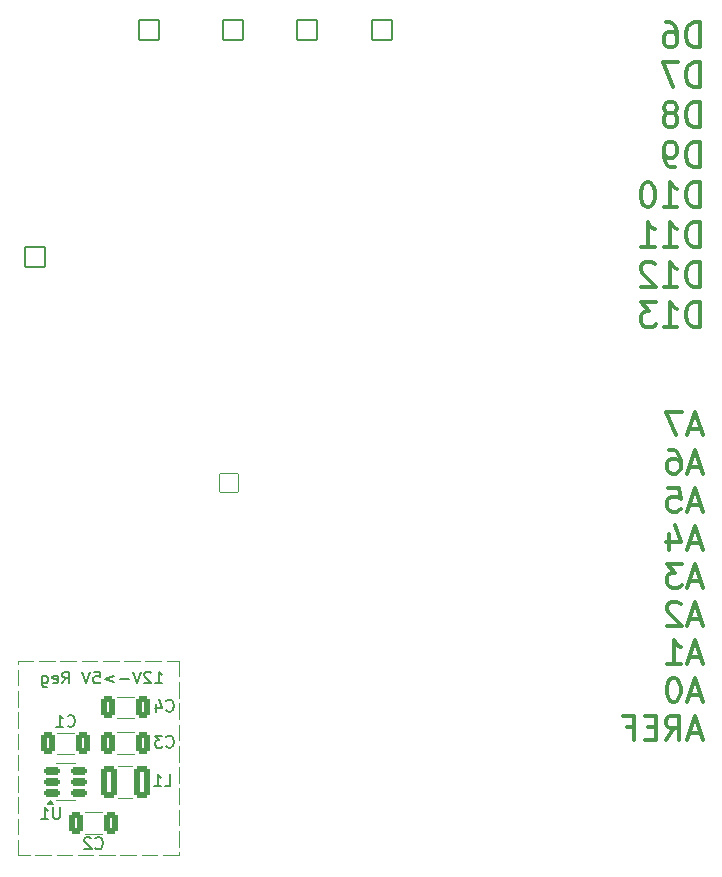
<source format=gbr>
%TF.GenerationSoftware,KiCad,Pcbnew,9.0.1*%
%TF.CreationDate,2025-05-07T10:28:51-04:00*%
%TF.ProjectId,BREAD_Slice_connProto,42524541-445f-4536-9c69-63655f636f6e,rev?*%
%TF.SameCoordinates,PX74eba40PY8552dc0*%
%TF.FileFunction,Legend,Bot*%
%TF.FilePolarity,Positive*%
%FSLAX46Y46*%
G04 Gerber Fmt 4.6, Leading zero omitted, Abs format (unit mm)*
G04 Created by KiCad (PCBNEW 9.0.1) date 2025-05-07 10:28:51*
%MOMM*%
%LPD*%
G01*
G04 APERTURE LIST*
G04 Aperture macros list*
%AMRoundRect*
0 Rectangle with rounded corners*
0 $1 Rounding radius*
0 $2 $3 $4 $5 $6 $7 $8 $9 X,Y pos of 4 corners*
0 Add a 4 corners polygon primitive as box body*
4,1,4,$2,$3,$4,$5,$6,$7,$8,$9,$2,$3,0*
0 Add four circle primitives for the rounded corners*
1,1,$1+$1,$2,$3*
1,1,$1+$1,$4,$5*
1,1,$1+$1,$6,$7*
1,1,$1+$1,$8,$9*
0 Add four rect primitives between the rounded corners*
20,1,$1+$1,$2,$3,$4,$5,0*
20,1,$1+$1,$4,$5,$6,$7,0*
20,1,$1+$1,$6,$7,$8,$9,0*
20,1,$1+$1,$8,$9,$2,$3,0*%
G04 Aperture macros list end*
%ADD10C,0.120000*%
%ADD11C,0.150000*%
%ADD12C,0.300000*%
%ADD13C,5.100000*%
%ADD14RoundRect,0.050000X-0.800000X-0.800000X0.800000X-0.800000X0.800000X0.800000X-0.800000X0.800000X0*%
%ADD15O,1.700000X1.700000*%
%ADD16RoundRect,0.050000X-0.850000X-0.850000X0.850000X-0.850000X0.850000X0.850000X-0.850000X0.850000X0*%
%ADD17O,1.800000X1.800000*%
%ADD18RoundRect,0.050000X1.200000X-1.200000X1.200000X1.200000X-1.200000X1.200000X-1.200000X-1.200000X0*%
%ADD19C,2.500000*%
%ADD20C,1.800000*%
%ADD21RoundRect,0.271739X0.353261X0.678261X-0.353261X0.678261X-0.353261X-0.678261X0.353261X-0.678261X0*%
%ADD22RoundRect,0.175000X-0.537500X-0.175000X0.537500X-0.175000X0.537500X0.175000X-0.537500X0.175000X0*%
%ADD23RoundRect,0.271739X-0.353261X-0.678261X0.353261X-0.678261X0.353261X0.678261X-0.353261X0.678261X0*%
%ADD24RoundRect,0.270000X-0.405000X-1.105000X0.405000X-1.105000X0.405000X1.105000X-0.405000X1.105000X0*%
G04 APERTURE END LIST*
D10*
X2150000Y27284000D02*
X3470000Y27284000D01*
X3950000Y27284000D02*
X5270000Y27284000D01*
X5750000Y27284000D02*
X7070000Y27284000D01*
X7550000Y27284000D02*
X8870000Y27284000D01*
X9350000Y27284000D02*
X10670000Y27284000D01*
X11150000Y27284000D02*
X12470000Y27284000D01*
X12950000Y27284000D02*
X14270000Y27284000D01*
X14750000Y27284000D02*
X15750000Y27284000D01*
X15750000Y27284000D02*
X15750000Y25964000D01*
X15750000Y25484000D02*
X15750000Y24164000D01*
X15750000Y23684000D02*
X15750000Y22364000D01*
X15750000Y21884000D02*
X15750000Y20564000D01*
X15750000Y20084000D02*
X15750000Y18764000D01*
X15750000Y18284000D02*
X15750000Y16964000D01*
X15750000Y16484000D02*
X15750000Y15164000D01*
X15750000Y14684000D02*
X15750000Y13364000D01*
X15750000Y12884000D02*
X15750000Y11564000D01*
X15750000Y11084000D02*
X15750000Y10816000D01*
X15750000Y10816000D02*
X14430000Y10816000D01*
X13950000Y10816000D02*
X12630000Y10816000D01*
X12150000Y10816000D02*
X10830000Y10816000D01*
X10350000Y10816000D02*
X9030000Y10816000D01*
X8550000Y10816000D02*
X7230000Y10816000D01*
X6750000Y10816000D02*
X5430000Y10816000D01*
X4950000Y10816000D02*
X3630000Y10816000D01*
X3150000Y10816000D02*
X2150000Y10816000D01*
X2150000Y10816000D02*
X2150000Y12136000D01*
X2150000Y12616000D02*
X2150000Y13936000D01*
X2150000Y14416000D02*
X2150000Y15736000D01*
X2150000Y16216000D02*
X2150000Y17536000D01*
X2150000Y18016000D02*
X2150000Y19336000D01*
X2150000Y19816000D02*
X2150000Y21136000D01*
X2150000Y21616000D02*
X2150000Y22936000D01*
X2150000Y23416000D02*
X2150000Y24736000D01*
X2150000Y25216000D02*
X2150000Y26536000D01*
X2150000Y27016000D02*
X2150000Y27284000D01*
D11*
X13773809Y25375181D02*
X14345237Y25375181D01*
X14059523Y25375181D02*
X14059523Y26375181D01*
X14059523Y26375181D02*
X14154761Y26232324D01*
X14154761Y26232324D02*
X14249999Y26137086D01*
X14249999Y26137086D02*
X14345237Y26089467D01*
X13392856Y26279943D02*
X13345237Y26327562D01*
X13345237Y26327562D02*
X13249999Y26375181D01*
X13249999Y26375181D02*
X13011904Y26375181D01*
X13011904Y26375181D02*
X12916666Y26327562D01*
X12916666Y26327562D02*
X12869047Y26279943D01*
X12869047Y26279943D02*
X12821428Y26184705D01*
X12821428Y26184705D02*
X12821428Y26089467D01*
X12821428Y26089467D02*
X12869047Y25946610D01*
X12869047Y25946610D02*
X13440475Y25375181D01*
X13440475Y25375181D02*
X12821428Y25375181D01*
X12535713Y26375181D02*
X12202380Y25375181D01*
X12202380Y25375181D02*
X11869047Y26375181D01*
X11535713Y25756134D02*
X10773809Y25756134D01*
X10297618Y26041848D02*
X9535714Y25756134D01*
X9535714Y25756134D02*
X10297618Y25470420D01*
X8583333Y26375181D02*
X9059523Y26375181D01*
X9059523Y26375181D02*
X9107142Y25898991D01*
X9107142Y25898991D02*
X9059523Y25946610D01*
X9059523Y25946610D02*
X8964285Y25994229D01*
X8964285Y25994229D02*
X8726190Y25994229D01*
X8726190Y25994229D02*
X8630952Y25946610D01*
X8630952Y25946610D02*
X8583333Y25898991D01*
X8583333Y25898991D02*
X8535714Y25803753D01*
X8535714Y25803753D02*
X8535714Y25565658D01*
X8535714Y25565658D02*
X8583333Y25470420D01*
X8583333Y25470420D02*
X8630952Y25422800D01*
X8630952Y25422800D02*
X8726190Y25375181D01*
X8726190Y25375181D02*
X8964285Y25375181D01*
X8964285Y25375181D02*
X9059523Y25422800D01*
X9059523Y25422800D02*
X9107142Y25470420D01*
X8249999Y26375181D02*
X7916666Y25375181D01*
X7916666Y25375181D02*
X7583333Y26375181D01*
X5916666Y25375181D02*
X6249999Y25851372D01*
X6488094Y25375181D02*
X6488094Y26375181D01*
X6488094Y26375181D02*
X6107142Y26375181D01*
X6107142Y26375181D02*
X6011904Y26327562D01*
X6011904Y26327562D02*
X5964285Y26279943D01*
X5964285Y26279943D02*
X5916666Y26184705D01*
X5916666Y26184705D02*
X5916666Y26041848D01*
X5916666Y26041848D02*
X5964285Y25946610D01*
X5964285Y25946610D02*
X6011904Y25898991D01*
X6011904Y25898991D02*
X6107142Y25851372D01*
X6107142Y25851372D02*
X6488094Y25851372D01*
X5107142Y25422800D02*
X5202380Y25375181D01*
X5202380Y25375181D02*
X5392856Y25375181D01*
X5392856Y25375181D02*
X5488094Y25422800D01*
X5488094Y25422800D02*
X5535713Y25518039D01*
X5535713Y25518039D02*
X5535713Y25898991D01*
X5535713Y25898991D02*
X5488094Y25994229D01*
X5488094Y25994229D02*
X5392856Y26041848D01*
X5392856Y26041848D02*
X5202380Y26041848D01*
X5202380Y26041848D02*
X5107142Y25994229D01*
X5107142Y25994229D02*
X5059523Y25898991D01*
X5059523Y25898991D02*
X5059523Y25803753D01*
X5059523Y25803753D02*
X5535713Y25708515D01*
X4202380Y26041848D02*
X4202380Y25232324D01*
X4202380Y25232324D02*
X4249999Y25137086D01*
X4249999Y25137086D02*
X4297618Y25089467D01*
X4297618Y25089467D02*
X4392856Y25041848D01*
X4392856Y25041848D02*
X4535713Y25041848D01*
X4535713Y25041848D02*
X4630951Y25089467D01*
X4202380Y25422800D02*
X4297618Y25375181D01*
X4297618Y25375181D02*
X4488094Y25375181D01*
X4488094Y25375181D02*
X4583332Y25422800D01*
X4583332Y25422800D02*
X4630951Y25470420D01*
X4630951Y25470420D02*
X4678570Y25565658D01*
X4678570Y25565658D02*
X4678570Y25851372D01*
X4678570Y25851372D02*
X4630951Y25946610D01*
X4630951Y25946610D02*
X4583332Y25994229D01*
X4583332Y25994229D02*
X4488094Y26041848D01*
X4488094Y26041848D02*
X4297618Y26041848D01*
X4297618Y26041848D02*
X4202380Y25994229D01*
D12*
X59971679Y46940895D02*
X59019298Y46940895D01*
X60162155Y46369466D02*
X59495489Y48369466D01*
X59495489Y48369466D02*
X58828822Y46369466D01*
X58352631Y48369466D02*
X57019298Y48369466D01*
X57019298Y48369466D02*
X57876441Y46369466D01*
X59971679Y43721007D02*
X59019298Y43721007D01*
X60162155Y43149578D02*
X59495489Y45149578D01*
X59495489Y45149578D02*
X58828822Y43149578D01*
X57305012Y45149578D02*
X57685965Y45149578D01*
X57685965Y45149578D02*
X57876441Y45054340D01*
X57876441Y45054340D02*
X57971679Y44959102D01*
X57971679Y44959102D02*
X58162155Y44673388D01*
X58162155Y44673388D02*
X58257393Y44292436D01*
X58257393Y44292436D02*
X58257393Y43530531D01*
X58257393Y43530531D02*
X58162155Y43340055D01*
X58162155Y43340055D02*
X58066917Y43244816D01*
X58066917Y43244816D02*
X57876441Y43149578D01*
X57876441Y43149578D02*
X57495488Y43149578D01*
X57495488Y43149578D02*
X57305012Y43244816D01*
X57305012Y43244816D02*
X57209774Y43340055D01*
X57209774Y43340055D02*
X57114536Y43530531D01*
X57114536Y43530531D02*
X57114536Y44006721D01*
X57114536Y44006721D02*
X57209774Y44197197D01*
X57209774Y44197197D02*
X57305012Y44292436D01*
X57305012Y44292436D02*
X57495488Y44387674D01*
X57495488Y44387674D02*
X57876441Y44387674D01*
X57876441Y44387674D02*
X58066917Y44292436D01*
X58066917Y44292436D02*
X58162155Y44197197D01*
X58162155Y44197197D02*
X58257393Y44006721D01*
X59971679Y40501119D02*
X59019298Y40501119D01*
X60162155Y39929690D02*
X59495489Y41929690D01*
X59495489Y41929690D02*
X58828822Y39929690D01*
X57209774Y41929690D02*
X58162155Y41929690D01*
X58162155Y41929690D02*
X58257393Y40977309D01*
X58257393Y40977309D02*
X58162155Y41072548D01*
X58162155Y41072548D02*
X57971679Y41167786D01*
X57971679Y41167786D02*
X57495488Y41167786D01*
X57495488Y41167786D02*
X57305012Y41072548D01*
X57305012Y41072548D02*
X57209774Y40977309D01*
X57209774Y40977309D02*
X57114536Y40786833D01*
X57114536Y40786833D02*
X57114536Y40310643D01*
X57114536Y40310643D02*
X57209774Y40120167D01*
X57209774Y40120167D02*
X57305012Y40024928D01*
X57305012Y40024928D02*
X57495488Y39929690D01*
X57495488Y39929690D02*
X57971679Y39929690D01*
X57971679Y39929690D02*
X58162155Y40024928D01*
X58162155Y40024928D02*
X58257393Y40120167D01*
X59971679Y37281231D02*
X59019298Y37281231D01*
X60162155Y36709802D02*
X59495489Y38709802D01*
X59495489Y38709802D02*
X58828822Y36709802D01*
X57305012Y38043136D02*
X57305012Y36709802D01*
X57781203Y38805040D02*
X58257393Y37376469D01*
X58257393Y37376469D02*
X57019298Y37376469D01*
X59971679Y34061343D02*
X59019298Y34061343D01*
X60162155Y33489914D02*
X59495489Y35489914D01*
X59495489Y35489914D02*
X58828822Y33489914D01*
X58352631Y35489914D02*
X57114536Y35489914D01*
X57114536Y35489914D02*
X57781203Y34728010D01*
X57781203Y34728010D02*
X57495488Y34728010D01*
X57495488Y34728010D02*
X57305012Y34632772D01*
X57305012Y34632772D02*
X57209774Y34537533D01*
X57209774Y34537533D02*
X57114536Y34347057D01*
X57114536Y34347057D02*
X57114536Y33870867D01*
X57114536Y33870867D02*
X57209774Y33680391D01*
X57209774Y33680391D02*
X57305012Y33585152D01*
X57305012Y33585152D02*
X57495488Y33489914D01*
X57495488Y33489914D02*
X58066917Y33489914D01*
X58066917Y33489914D02*
X58257393Y33585152D01*
X58257393Y33585152D02*
X58352631Y33680391D01*
X59971679Y30841455D02*
X59019298Y30841455D01*
X60162155Y30270026D02*
X59495489Y32270026D01*
X59495489Y32270026D02*
X58828822Y30270026D01*
X58257393Y32079550D02*
X58162155Y32174788D01*
X58162155Y32174788D02*
X57971679Y32270026D01*
X57971679Y32270026D02*
X57495488Y32270026D01*
X57495488Y32270026D02*
X57305012Y32174788D01*
X57305012Y32174788D02*
X57209774Y32079550D01*
X57209774Y32079550D02*
X57114536Y31889074D01*
X57114536Y31889074D02*
X57114536Y31698598D01*
X57114536Y31698598D02*
X57209774Y31412884D01*
X57209774Y31412884D02*
X58352631Y30270026D01*
X58352631Y30270026D02*
X57114536Y30270026D01*
X59971679Y27621567D02*
X59019298Y27621567D01*
X60162155Y27050138D02*
X59495489Y29050138D01*
X59495489Y29050138D02*
X58828822Y27050138D01*
X57114536Y27050138D02*
X58257393Y27050138D01*
X57685965Y27050138D02*
X57685965Y29050138D01*
X57685965Y29050138D02*
X57876441Y28764424D01*
X57876441Y28764424D02*
X58066917Y28573948D01*
X58066917Y28573948D02*
X58257393Y28478710D01*
X59971679Y24401679D02*
X59019298Y24401679D01*
X60162155Y23830250D02*
X59495489Y25830250D01*
X59495489Y25830250D02*
X58828822Y23830250D01*
X57781203Y25830250D02*
X57590726Y25830250D01*
X57590726Y25830250D02*
X57400250Y25735012D01*
X57400250Y25735012D02*
X57305012Y25639774D01*
X57305012Y25639774D02*
X57209774Y25449298D01*
X57209774Y25449298D02*
X57114536Y25068346D01*
X57114536Y25068346D02*
X57114536Y24592155D01*
X57114536Y24592155D02*
X57209774Y24211203D01*
X57209774Y24211203D02*
X57305012Y24020727D01*
X57305012Y24020727D02*
X57400250Y23925488D01*
X57400250Y23925488D02*
X57590726Y23830250D01*
X57590726Y23830250D02*
X57781203Y23830250D01*
X57781203Y23830250D02*
X57971679Y23925488D01*
X57971679Y23925488D02*
X58066917Y24020727D01*
X58066917Y24020727D02*
X58162155Y24211203D01*
X58162155Y24211203D02*
X58257393Y24592155D01*
X58257393Y24592155D02*
X58257393Y25068346D01*
X58257393Y25068346D02*
X58162155Y25449298D01*
X58162155Y25449298D02*
X58066917Y25639774D01*
X58066917Y25639774D02*
X57971679Y25735012D01*
X57971679Y25735012D02*
X57781203Y25830250D01*
X59971679Y21181791D02*
X59019298Y21181791D01*
X60162155Y20610362D02*
X59495489Y22610362D01*
X59495489Y22610362D02*
X58828822Y20610362D01*
X57019298Y20610362D02*
X57685965Y21562743D01*
X58162155Y20610362D02*
X58162155Y22610362D01*
X58162155Y22610362D02*
X57400250Y22610362D01*
X57400250Y22610362D02*
X57209774Y22515124D01*
X57209774Y22515124D02*
X57114536Y22419886D01*
X57114536Y22419886D02*
X57019298Y22229410D01*
X57019298Y22229410D02*
X57019298Y21943696D01*
X57019298Y21943696D02*
X57114536Y21753220D01*
X57114536Y21753220D02*
X57209774Y21657981D01*
X57209774Y21657981D02*
X57400250Y21562743D01*
X57400250Y21562743D02*
X58162155Y21562743D01*
X56162155Y21657981D02*
X55495488Y21657981D01*
X55209774Y20610362D02*
X56162155Y20610362D01*
X56162155Y20610362D02*
X56162155Y22610362D01*
X56162155Y22610362D02*
X55209774Y22610362D01*
X53685964Y21657981D02*
X54352631Y21657981D01*
X54352631Y20610362D02*
X54352631Y22610362D01*
X54352631Y22610362D02*
X53400250Y22610362D01*
X59876441Y79238774D02*
X59876441Y81338774D01*
X59876441Y81338774D02*
X59400251Y81338774D01*
X59400251Y81338774D02*
X59114536Y81238774D01*
X59114536Y81238774D02*
X58924060Y81038774D01*
X58924060Y81038774D02*
X58828822Y80838774D01*
X58828822Y80838774D02*
X58733584Y80438774D01*
X58733584Y80438774D02*
X58733584Y80138774D01*
X58733584Y80138774D02*
X58828822Y79738774D01*
X58828822Y79738774D02*
X58924060Y79538774D01*
X58924060Y79538774D02*
X59114536Y79338774D01*
X59114536Y79338774D02*
X59400251Y79238774D01*
X59400251Y79238774D02*
X59876441Y79238774D01*
X57019298Y81338774D02*
X57400251Y81338774D01*
X57400251Y81338774D02*
X57590727Y81238774D01*
X57590727Y81238774D02*
X57685965Y81138774D01*
X57685965Y81138774D02*
X57876441Y80838774D01*
X57876441Y80838774D02*
X57971679Y80438774D01*
X57971679Y80438774D02*
X57971679Y79638774D01*
X57971679Y79638774D02*
X57876441Y79438774D01*
X57876441Y79438774D02*
X57781203Y79338774D01*
X57781203Y79338774D02*
X57590727Y79238774D01*
X57590727Y79238774D02*
X57209774Y79238774D01*
X57209774Y79238774D02*
X57019298Y79338774D01*
X57019298Y79338774D02*
X56924060Y79438774D01*
X56924060Y79438774D02*
X56828822Y79638774D01*
X56828822Y79638774D02*
X56828822Y80138774D01*
X56828822Y80138774D02*
X56924060Y80338774D01*
X56924060Y80338774D02*
X57019298Y80438774D01*
X57019298Y80438774D02*
X57209774Y80538774D01*
X57209774Y80538774D02*
X57590727Y80538774D01*
X57590727Y80538774D02*
X57781203Y80438774D01*
X57781203Y80438774D02*
X57876441Y80338774D01*
X57876441Y80338774D02*
X57971679Y80138774D01*
X59876441Y75857892D02*
X59876441Y77957892D01*
X59876441Y77957892D02*
X59400251Y77957892D01*
X59400251Y77957892D02*
X59114536Y77857892D01*
X59114536Y77857892D02*
X58924060Y77657892D01*
X58924060Y77657892D02*
X58828822Y77457892D01*
X58828822Y77457892D02*
X58733584Y77057892D01*
X58733584Y77057892D02*
X58733584Y76757892D01*
X58733584Y76757892D02*
X58828822Y76357892D01*
X58828822Y76357892D02*
X58924060Y76157892D01*
X58924060Y76157892D02*
X59114536Y75957892D01*
X59114536Y75957892D02*
X59400251Y75857892D01*
X59400251Y75857892D02*
X59876441Y75857892D01*
X58066917Y77957892D02*
X56733584Y77957892D01*
X56733584Y77957892D02*
X57590727Y75857892D01*
X59876441Y72477010D02*
X59876441Y74577010D01*
X59876441Y74577010D02*
X59400251Y74577010D01*
X59400251Y74577010D02*
X59114536Y74477010D01*
X59114536Y74477010D02*
X58924060Y74277010D01*
X58924060Y74277010D02*
X58828822Y74077010D01*
X58828822Y74077010D02*
X58733584Y73677010D01*
X58733584Y73677010D02*
X58733584Y73377010D01*
X58733584Y73377010D02*
X58828822Y72977010D01*
X58828822Y72977010D02*
X58924060Y72777010D01*
X58924060Y72777010D02*
X59114536Y72577010D01*
X59114536Y72577010D02*
X59400251Y72477010D01*
X59400251Y72477010D02*
X59876441Y72477010D01*
X57590727Y73677010D02*
X57781203Y73777010D01*
X57781203Y73777010D02*
X57876441Y73877010D01*
X57876441Y73877010D02*
X57971679Y74077010D01*
X57971679Y74077010D02*
X57971679Y74177010D01*
X57971679Y74177010D02*
X57876441Y74377010D01*
X57876441Y74377010D02*
X57781203Y74477010D01*
X57781203Y74477010D02*
X57590727Y74577010D01*
X57590727Y74577010D02*
X57209774Y74577010D01*
X57209774Y74577010D02*
X57019298Y74477010D01*
X57019298Y74477010D02*
X56924060Y74377010D01*
X56924060Y74377010D02*
X56828822Y74177010D01*
X56828822Y74177010D02*
X56828822Y74077010D01*
X56828822Y74077010D02*
X56924060Y73877010D01*
X56924060Y73877010D02*
X57019298Y73777010D01*
X57019298Y73777010D02*
X57209774Y73677010D01*
X57209774Y73677010D02*
X57590727Y73677010D01*
X57590727Y73677010D02*
X57781203Y73577010D01*
X57781203Y73577010D02*
X57876441Y73477010D01*
X57876441Y73477010D02*
X57971679Y73277010D01*
X57971679Y73277010D02*
X57971679Y72877010D01*
X57971679Y72877010D02*
X57876441Y72677010D01*
X57876441Y72677010D02*
X57781203Y72577010D01*
X57781203Y72577010D02*
X57590727Y72477010D01*
X57590727Y72477010D02*
X57209774Y72477010D01*
X57209774Y72477010D02*
X57019298Y72577010D01*
X57019298Y72577010D02*
X56924060Y72677010D01*
X56924060Y72677010D02*
X56828822Y72877010D01*
X56828822Y72877010D02*
X56828822Y73277010D01*
X56828822Y73277010D02*
X56924060Y73477010D01*
X56924060Y73477010D02*
X57019298Y73577010D01*
X57019298Y73577010D02*
X57209774Y73677010D01*
X59876441Y69096128D02*
X59876441Y71196128D01*
X59876441Y71196128D02*
X59400251Y71196128D01*
X59400251Y71196128D02*
X59114536Y71096128D01*
X59114536Y71096128D02*
X58924060Y70896128D01*
X58924060Y70896128D02*
X58828822Y70696128D01*
X58828822Y70696128D02*
X58733584Y70296128D01*
X58733584Y70296128D02*
X58733584Y69996128D01*
X58733584Y69996128D02*
X58828822Y69596128D01*
X58828822Y69596128D02*
X58924060Y69396128D01*
X58924060Y69396128D02*
X59114536Y69196128D01*
X59114536Y69196128D02*
X59400251Y69096128D01*
X59400251Y69096128D02*
X59876441Y69096128D01*
X57781203Y69096128D02*
X57400251Y69096128D01*
X57400251Y69096128D02*
X57209774Y69196128D01*
X57209774Y69196128D02*
X57114536Y69296128D01*
X57114536Y69296128D02*
X56924060Y69596128D01*
X56924060Y69596128D02*
X56828822Y69996128D01*
X56828822Y69996128D02*
X56828822Y70796128D01*
X56828822Y70796128D02*
X56924060Y70996128D01*
X56924060Y70996128D02*
X57019298Y71096128D01*
X57019298Y71096128D02*
X57209774Y71196128D01*
X57209774Y71196128D02*
X57590727Y71196128D01*
X57590727Y71196128D02*
X57781203Y71096128D01*
X57781203Y71096128D02*
X57876441Y70996128D01*
X57876441Y70996128D02*
X57971679Y70796128D01*
X57971679Y70796128D02*
X57971679Y70296128D01*
X57971679Y70296128D02*
X57876441Y70096128D01*
X57876441Y70096128D02*
X57781203Y69996128D01*
X57781203Y69996128D02*
X57590727Y69896128D01*
X57590727Y69896128D02*
X57209774Y69896128D01*
X57209774Y69896128D02*
X57019298Y69996128D01*
X57019298Y69996128D02*
X56924060Y70096128D01*
X56924060Y70096128D02*
X56828822Y70296128D01*
X59876441Y65715246D02*
X59876441Y67815246D01*
X59876441Y67815246D02*
X59400251Y67815246D01*
X59400251Y67815246D02*
X59114536Y67715246D01*
X59114536Y67715246D02*
X58924060Y67515246D01*
X58924060Y67515246D02*
X58828822Y67315246D01*
X58828822Y67315246D02*
X58733584Y66915246D01*
X58733584Y66915246D02*
X58733584Y66615246D01*
X58733584Y66615246D02*
X58828822Y66215246D01*
X58828822Y66215246D02*
X58924060Y66015246D01*
X58924060Y66015246D02*
X59114536Y65815246D01*
X59114536Y65815246D02*
X59400251Y65715246D01*
X59400251Y65715246D02*
X59876441Y65715246D01*
X56828822Y65715246D02*
X57971679Y65715246D01*
X57400251Y65715246D02*
X57400251Y67815246D01*
X57400251Y67815246D02*
X57590727Y67515246D01*
X57590727Y67515246D02*
X57781203Y67315246D01*
X57781203Y67315246D02*
X57971679Y67215246D01*
X55590727Y67815246D02*
X55400250Y67815246D01*
X55400250Y67815246D02*
X55209774Y67715246D01*
X55209774Y67715246D02*
X55114536Y67615246D01*
X55114536Y67615246D02*
X55019298Y67415246D01*
X55019298Y67415246D02*
X54924060Y67015246D01*
X54924060Y67015246D02*
X54924060Y66515246D01*
X54924060Y66515246D02*
X55019298Y66115246D01*
X55019298Y66115246D02*
X55114536Y65915246D01*
X55114536Y65915246D02*
X55209774Y65815246D01*
X55209774Y65815246D02*
X55400250Y65715246D01*
X55400250Y65715246D02*
X55590727Y65715246D01*
X55590727Y65715246D02*
X55781203Y65815246D01*
X55781203Y65815246D02*
X55876441Y65915246D01*
X55876441Y65915246D02*
X55971679Y66115246D01*
X55971679Y66115246D02*
X56066917Y66515246D01*
X56066917Y66515246D02*
X56066917Y67015246D01*
X56066917Y67015246D02*
X55971679Y67415246D01*
X55971679Y67415246D02*
X55876441Y67615246D01*
X55876441Y67615246D02*
X55781203Y67715246D01*
X55781203Y67715246D02*
X55590727Y67815246D01*
X59876441Y62334364D02*
X59876441Y64434364D01*
X59876441Y64434364D02*
X59400251Y64434364D01*
X59400251Y64434364D02*
X59114536Y64334364D01*
X59114536Y64334364D02*
X58924060Y64134364D01*
X58924060Y64134364D02*
X58828822Y63934364D01*
X58828822Y63934364D02*
X58733584Y63534364D01*
X58733584Y63534364D02*
X58733584Y63234364D01*
X58733584Y63234364D02*
X58828822Y62834364D01*
X58828822Y62834364D02*
X58924060Y62634364D01*
X58924060Y62634364D02*
X59114536Y62434364D01*
X59114536Y62434364D02*
X59400251Y62334364D01*
X59400251Y62334364D02*
X59876441Y62334364D01*
X56828822Y62334364D02*
X57971679Y62334364D01*
X57400251Y62334364D02*
X57400251Y64434364D01*
X57400251Y64434364D02*
X57590727Y64134364D01*
X57590727Y64134364D02*
X57781203Y63934364D01*
X57781203Y63934364D02*
X57971679Y63834364D01*
X54924060Y62334364D02*
X56066917Y62334364D01*
X55495489Y62334364D02*
X55495489Y64434364D01*
X55495489Y64434364D02*
X55685965Y64134364D01*
X55685965Y64134364D02*
X55876441Y63934364D01*
X55876441Y63934364D02*
X56066917Y63834364D01*
X59876441Y58953482D02*
X59876441Y61053482D01*
X59876441Y61053482D02*
X59400251Y61053482D01*
X59400251Y61053482D02*
X59114536Y60953482D01*
X59114536Y60953482D02*
X58924060Y60753482D01*
X58924060Y60753482D02*
X58828822Y60553482D01*
X58828822Y60553482D02*
X58733584Y60153482D01*
X58733584Y60153482D02*
X58733584Y59853482D01*
X58733584Y59853482D02*
X58828822Y59453482D01*
X58828822Y59453482D02*
X58924060Y59253482D01*
X58924060Y59253482D02*
X59114536Y59053482D01*
X59114536Y59053482D02*
X59400251Y58953482D01*
X59400251Y58953482D02*
X59876441Y58953482D01*
X56828822Y58953482D02*
X57971679Y58953482D01*
X57400251Y58953482D02*
X57400251Y61053482D01*
X57400251Y61053482D02*
X57590727Y60753482D01*
X57590727Y60753482D02*
X57781203Y60553482D01*
X57781203Y60553482D02*
X57971679Y60453482D01*
X56066917Y60853482D02*
X55971679Y60953482D01*
X55971679Y60953482D02*
X55781203Y61053482D01*
X55781203Y61053482D02*
X55305012Y61053482D01*
X55305012Y61053482D02*
X55114536Y60953482D01*
X55114536Y60953482D02*
X55019298Y60853482D01*
X55019298Y60853482D02*
X54924060Y60653482D01*
X54924060Y60653482D02*
X54924060Y60453482D01*
X54924060Y60453482D02*
X55019298Y60153482D01*
X55019298Y60153482D02*
X56162155Y58953482D01*
X56162155Y58953482D02*
X54924060Y58953482D01*
X59876441Y55572600D02*
X59876441Y57672600D01*
X59876441Y57672600D02*
X59400251Y57672600D01*
X59400251Y57672600D02*
X59114536Y57572600D01*
X59114536Y57572600D02*
X58924060Y57372600D01*
X58924060Y57372600D02*
X58828822Y57172600D01*
X58828822Y57172600D02*
X58733584Y56772600D01*
X58733584Y56772600D02*
X58733584Y56472600D01*
X58733584Y56472600D02*
X58828822Y56072600D01*
X58828822Y56072600D02*
X58924060Y55872600D01*
X58924060Y55872600D02*
X59114536Y55672600D01*
X59114536Y55672600D02*
X59400251Y55572600D01*
X59400251Y55572600D02*
X59876441Y55572600D01*
X56828822Y55572600D02*
X57971679Y55572600D01*
X57400251Y55572600D02*
X57400251Y57672600D01*
X57400251Y57672600D02*
X57590727Y57372600D01*
X57590727Y57372600D02*
X57781203Y57172600D01*
X57781203Y57172600D02*
X57971679Y57072600D01*
X56162155Y57672600D02*
X54924060Y57672600D01*
X54924060Y57672600D02*
X55590727Y56872600D01*
X55590727Y56872600D02*
X55305012Y56872600D01*
X55305012Y56872600D02*
X55114536Y56772600D01*
X55114536Y56772600D02*
X55019298Y56672600D01*
X55019298Y56672600D02*
X54924060Y56472600D01*
X54924060Y56472600D02*
X54924060Y55972600D01*
X54924060Y55972600D02*
X55019298Y55772600D01*
X55019298Y55772600D02*
X55114536Y55672600D01*
X55114536Y55672600D02*
X55305012Y55572600D01*
X55305012Y55572600D02*
X55876441Y55572600D01*
X55876441Y55572600D02*
X56066917Y55672600D01*
X56066917Y55672600D02*
X56162155Y55772600D01*
D11*
X6366666Y21790420D02*
X6414285Y21742800D01*
X6414285Y21742800D02*
X6557142Y21695181D01*
X6557142Y21695181D02*
X6652380Y21695181D01*
X6652380Y21695181D02*
X6795237Y21742800D01*
X6795237Y21742800D02*
X6890475Y21838039D01*
X6890475Y21838039D02*
X6938094Y21933277D01*
X6938094Y21933277D02*
X6985713Y22123753D01*
X6985713Y22123753D02*
X6985713Y22266610D01*
X6985713Y22266610D02*
X6938094Y22457086D01*
X6938094Y22457086D02*
X6890475Y22552324D01*
X6890475Y22552324D02*
X6795237Y22647562D01*
X6795237Y22647562D02*
X6652380Y22695181D01*
X6652380Y22695181D02*
X6557142Y22695181D01*
X6557142Y22695181D02*
X6414285Y22647562D01*
X6414285Y22647562D02*
X6366666Y22599943D01*
X5414285Y21695181D02*
X5985713Y21695181D01*
X5699999Y21695181D02*
X5699999Y22695181D01*
X5699999Y22695181D02*
X5795237Y22552324D01*
X5795237Y22552324D02*
X5890475Y22457086D01*
X5890475Y22457086D02*
X5985713Y22409467D01*
X5711904Y14895181D02*
X5711904Y14085658D01*
X5711904Y14085658D02*
X5664285Y13990420D01*
X5664285Y13990420D02*
X5616666Y13942800D01*
X5616666Y13942800D02*
X5521428Y13895181D01*
X5521428Y13895181D02*
X5330952Y13895181D01*
X5330952Y13895181D02*
X5235714Y13942800D01*
X5235714Y13942800D02*
X5188095Y13990420D01*
X5188095Y13990420D02*
X5140476Y14085658D01*
X5140476Y14085658D02*
X5140476Y14895181D01*
X4140476Y13895181D02*
X4711904Y13895181D01*
X4426190Y13895181D02*
X4426190Y14895181D01*
X4426190Y14895181D02*
X4521428Y14752324D01*
X4521428Y14752324D02*
X4616666Y14657086D01*
X4616666Y14657086D02*
X4711904Y14609467D01*
X8716666Y11440420D02*
X8764285Y11392800D01*
X8764285Y11392800D02*
X8907142Y11345181D01*
X8907142Y11345181D02*
X9002380Y11345181D01*
X9002380Y11345181D02*
X9145237Y11392800D01*
X9145237Y11392800D02*
X9240475Y11488039D01*
X9240475Y11488039D02*
X9288094Y11583277D01*
X9288094Y11583277D02*
X9335713Y11773753D01*
X9335713Y11773753D02*
X9335713Y11916610D01*
X9335713Y11916610D02*
X9288094Y12107086D01*
X9288094Y12107086D02*
X9240475Y12202324D01*
X9240475Y12202324D02*
X9145237Y12297562D01*
X9145237Y12297562D02*
X9002380Y12345181D01*
X9002380Y12345181D02*
X8907142Y12345181D01*
X8907142Y12345181D02*
X8764285Y12297562D01*
X8764285Y12297562D02*
X8716666Y12249943D01*
X8335713Y12249943D02*
X8288094Y12297562D01*
X8288094Y12297562D02*
X8192856Y12345181D01*
X8192856Y12345181D02*
X7954761Y12345181D01*
X7954761Y12345181D02*
X7859523Y12297562D01*
X7859523Y12297562D02*
X7811904Y12249943D01*
X7811904Y12249943D02*
X7764285Y12154705D01*
X7764285Y12154705D02*
X7764285Y12059467D01*
X7764285Y12059467D02*
X7811904Y11916610D01*
X7811904Y11916610D02*
X8383332Y11345181D01*
X8383332Y11345181D02*
X7764285Y11345181D01*
X14716666Y20040420D02*
X14764285Y19992800D01*
X14764285Y19992800D02*
X14907142Y19945181D01*
X14907142Y19945181D02*
X15002380Y19945181D01*
X15002380Y19945181D02*
X15145237Y19992800D01*
X15145237Y19992800D02*
X15240475Y20088039D01*
X15240475Y20088039D02*
X15288094Y20183277D01*
X15288094Y20183277D02*
X15335713Y20373753D01*
X15335713Y20373753D02*
X15335713Y20516610D01*
X15335713Y20516610D02*
X15288094Y20707086D01*
X15288094Y20707086D02*
X15240475Y20802324D01*
X15240475Y20802324D02*
X15145237Y20897562D01*
X15145237Y20897562D02*
X15002380Y20945181D01*
X15002380Y20945181D02*
X14907142Y20945181D01*
X14907142Y20945181D02*
X14764285Y20897562D01*
X14764285Y20897562D02*
X14716666Y20849943D01*
X14383332Y20945181D02*
X13764285Y20945181D01*
X13764285Y20945181D02*
X14097618Y20564229D01*
X14097618Y20564229D02*
X13954761Y20564229D01*
X13954761Y20564229D02*
X13859523Y20516610D01*
X13859523Y20516610D02*
X13811904Y20468991D01*
X13811904Y20468991D02*
X13764285Y20373753D01*
X13764285Y20373753D02*
X13764285Y20135658D01*
X13764285Y20135658D02*
X13811904Y20040420D01*
X13811904Y20040420D02*
X13859523Y19992800D01*
X13859523Y19992800D02*
X13954761Y19945181D01*
X13954761Y19945181D02*
X14240475Y19945181D01*
X14240475Y19945181D02*
X14335713Y19992800D01*
X14335713Y19992800D02*
X14383332Y20040420D01*
X14716666Y23090420D02*
X14764285Y23042800D01*
X14764285Y23042800D02*
X14907142Y22995181D01*
X14907142Y22995181D02*
X15002380Y22995181D01*
X15002380Y22995181D02*
X15145237Y23042800D01*
X15145237Y23042800D02*
X15240475Y23138039D01*
X15240475Y23138039D02*
X15288094Y23233277D01*
X15288094Y23233277D02*
X15335713Y23423753D01*
X15335713Y23423753D02*
X15335713Y23566610D01*
X15335713Y23566610D02*
X15288094Y23757086D01*
X15288094Y23757086D02*
X15240475Y23852324D01*
X15240475Y23852324D02*
X15145237Y23947562D01*
X15145237Y23947562D02*
X15002380Y23995181D01*
X15002380Y23995181D02*
X14907142Y23995181D01*
X14907142Y23995181D02*
X14764285Y23947562D01*
X14764285Y23947562D02*
X14716666Y23899943D01*
X13859523Y23661848D02*
X13859523Y22995181D01*
X14097618Y24042800D02*
X14335713Y23328515D01*
X14335713Y23328515D02*
X13716666Y23328515D01*
X14566666Y16695181D02*
X15042856Y16695181D01*
X15042856Y16695181D02*
X15042856Y17695181D01*
X13709523Y16695181D02*
X14280951Y16695181D01*
X13995237Y16695181D02*
X13995237Y17695181D01*
X13995237Y17695181D02*
X14090475Y17552324D01*
X14090475Y17552324D02*
X14185713Y17457086D01*
X14185713Y17457086D02*
X14280951Y17409467D01*
D10*
%TO.C,C1*%
X5488748Y21210000D02*
X6911252Y21210000D01*
X5488748Y19390000D02*
X6911252Y19390000D01*
%TO.C,U1*%
X5350000Y18605000D02*
X6150000Y18605000D01*
X5350000Y15485000D02*
X6150000Y15485000D01*
X6950000Y18605000D02*
X6150000Y18605000D01*
X6950000Y15485000D02*
X6150000Y15485000D01*
X5090000Y15205000D02*
X4610000Y15205000D01*
X4850000Y15535000D01*
X5090000Y15205000D01*
G36*
X5090000Y15205000D02*
G01*
X4610000Y15205000D01*
X4850000Y15535000D01*
X5090000Y15205000D01*
G37*
%TO.C,C2*%
X7838748Y14455000D02*
X9261252Y14455000D01*
X7838748Y12635000D02*
X9261252Y12635000D01*
%TO.C,C3*%
X11961252Y21255000D02*
X10538748Y21255000D01*
X11961252Y19435000D02*
X10538748Y19435000D01*
%TO.C,C4*%
X11961252Y24255000D02*
X10538748Y24255000D01*
X11961252Y22435000D02*
X10538748Y22435000D01*
%TO.C,L1*%
X11852064Y18405000D02*
X10647936Y18405000D01*
X11852064Y15685000D02*
X10647936Y15685000D01*
%TD*%
%LPC*%
D13*
%TO.C,H1*%
X5000000Y95000000D03*
%TD*%
%TO.C,H3*%
X65000000Y95000000D03*
%TD*%
%TO.C,H2*%
X5000000Y5000000D03*
%TD*%
%TO.C,H4*%
X65000000Y5000000D03*
%TD*%
D14*
%TO.C,A1*%
X20010000Y42360000D03*
D15*
X20010000Y39820000D03*
X20010000Y34740000D03*
X20010000Y32200000D03*
X20010000Y29660000D03*
X20010000Y27120000D03*
X20010000Y24580000D03*
X20010000Y22040000D03*
X20010000Y19500000D03*
X20010000Y16960000D03*
X20010000Y14420000D03*
X20010000Y11880000D03*
X20010000Y9340000D03*
X20010000Y6800000D03*
X35250000Y6800000D03*
X35250000Y9340000D03*
X35250000Y11880000D03*
X35250000Y14420000D03*
X35250000Y16960000D03*
X35250000Y19500000D03*
X35250000Y22040000D03*
X35250000Y24580000D03*
X35250000Y27120000D03*
X35250000Y29660000D03*
X35250000Y32200000D03*
X35250000Y34740000D03*
X35250000Y37280000D03*
X35250000Y39820000D03*
X35250000Y42360000D03*
%TD*%
D16*
%TO.C,J1*%
X3600000Y61450000D03*
D17*
X3600000Y58910000D03*
X3600000Y56370000D03*
X3600000Y53830000D03*
X3600000Y51290000D03*
X3600000Y48750000D03*
X3600000Y46210000D03*
X3600000Y43670000D03*
X3600000Y41130000D03*
X3600000Y38590000D03*
%TD*%
D18*
%TO.C,J3*%
X64500000Y22400000D03*
D19*
X64500000Y25900000D03*
X64500000Y29400000D03*
X64500000Y32900000D03*
X64500000Y36400000D03*
X64500000Y39900000D03*
X64500000Y43400000D03*
X64500000Y46900000D03*
%TD*%
D16*
%TO.C,J6*%
X32950000Y80710000D03*
D20*
X35490000Y80710000D03*
X32950000Y78170000D03*
X35490000Y78170000D03*
X32950000Y75630000D03*
X35490000Y75630000D03*
X32950000Y73090000D03*
X35490000Y73090000D03*
X32950000Y70550000D03*
X35490000Y70550000D03*
X32950000Y68010000D03*
X35490000Y68010000D03*
X32950000Y65470000D03*
X35490000Y65470000D03*
X32950000Y62930000D03*
X35490000Y62930000D03*
X32950000Y60390000D03*
X35490000Y60390000D03*
X32950000Y57850000D03*
X35490000Y57850000D03*
%TD*%
D18*
%TO.C,J2*%
X64600000Y56600000D03*
D19*
X64600000Y60100000D03*
X64600000Y63600000D03*
X64600000Y67100000D03*
X64600000Y70600000D03*
X64600000Y74100000D03*
X64600000Y77600000D03*
X64600000Y81100000D03*
%TD*%
D16*
%TO.C,J4*%
X13260000Y80660000D03*
D20*
X15800000Y80660000D03*
X13260000Y78120000D03*
X15800000Y78120000D03*
X13260000Y75580000D03*
X15800000Y75580000D03*
X13260000Y73040000D03*
X15800000Y73040000D03*
X13260000Y70500000D03*
X15800000Y70500000D03*
X13260000Y67960000D03*
X15800000Y67960000D03*
X13260000Y65420000D03*
X15800000Y65420000D03*
X13260000Y62880000D03*
X15800000Y62880000D03*
X13260000Y60340000D03*
X15800000Y60340000D03*
X13260000Y57800000D03*
X15800000Y57800000D03*
%TD*%
D16*
%TO.C,J5*%
X26650000Y80700000D03*
D20*
X29190000Y80700000D03*
X26650000Y78160000D03*
X29190000Y78160000D03*
X26650000Y75620000D03*
X29190000Y75620000D03*
X26650000Y73080000D03*
X29190000Y73080000D03*
X26650000Y70540000D03*
X29190000Y70540000D03*
X26650000Y68000000D03*
X29190000Y68000000D03*
X26650000Y65460000D03*
X29190000Y65460000D03*
X26650000Y62920000D03*
X29190000Y62920000D03*
X26650000Y60380000D03*
X29190000Y60380000D03*
X26650000Y57840000D03*
X29190000Y57840000D03*
%TD*%
D16*
%TO.C,J7*%
X20360000Y80710000D03*
D20*
X22900000Y80710000D03*
X20360000Y78170000D03*
X22900000Y78170000D03*
X20360000Y75630000D03*
X22900000Y75630000D03*
X20360000Y73090000D03*
X22900000Y73090000D03*
X20360000Y70550000D03*
X22900000Y70550000D03*
X20360000Y68010000D03*
X22900000Y68010000D03*
X20360000Y65470000D03*
X22900000Y65470000D03*
X20360000Y62930000D03*
X22900000Y62930000D03*
X20360000Y60390000D03*
X22900000Y60390000D03*
X20360000Y57850000D03*
X22900000Y57850000D03*
%TD*%
D21*
%TO.C,C1*%
X7675000Y20300000D03*
X4725000Y20300000D03*
%TD*%
D22*
%TO.C,U1*%
X5012500Y16095000D03*
X5012500Y17045000D03*
X5012500Y17995000D03*
X7287500Y17995000D03*
X7287500Y17045000D03*
X7287500Y16095000D03*
%TD*%
D21*
%TO.C,C2*%
X10025000Y13545000D03*
X7075000Y13545000D03*
%TD*%
D23*
%TO.C,C3*%
X9775000Y20345000D03*
X12725000Y20345000D03*
%TD*%
%TO.C,C4*%
X9775000Y23345000D03*
X12725000Y23345000D03*
%TD*%
D24*
%TO.C,L1*%
X9850000Y17045000D03*
X12650000Y17045000D03*
%TD*%
%LPD*%
M02*

</source>
